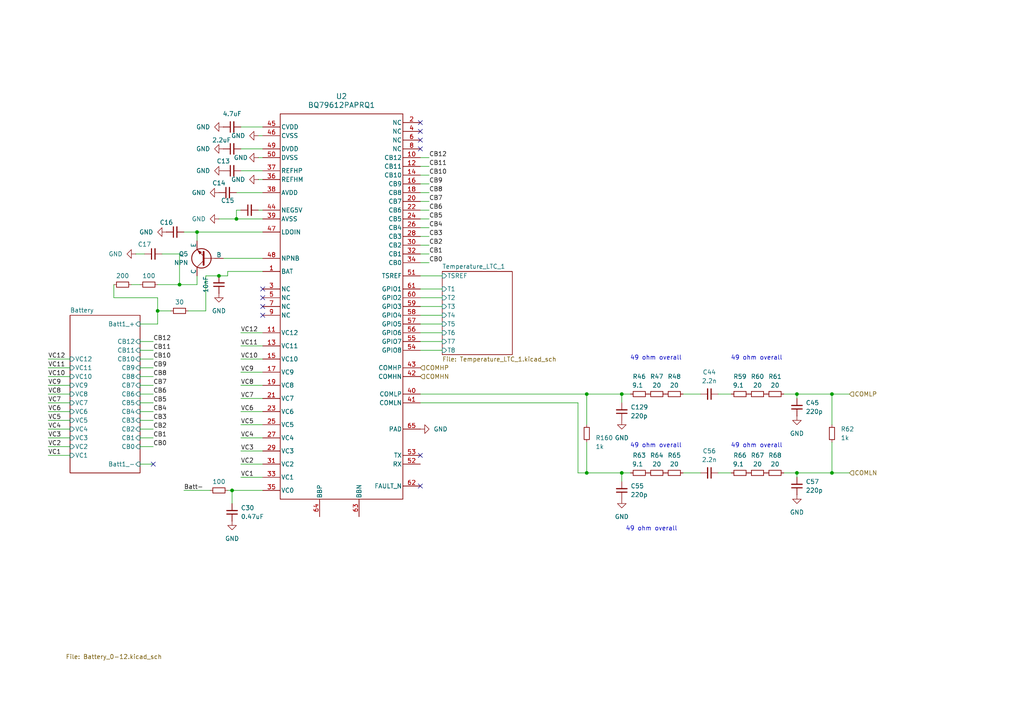
<source format=kicad_sch>
(kicad_sch (version 20231120) (generator "eeschema") (generator_version "8.0")
  (paper "A4")
  (lib_symbols
    (symbol "BQ79612PAPRQ1:BQ79616PAPRQ1" (pin_names (offset 0.254))
      (property "Reference" "U2" (at 0 60.96 0))
      (property "Value" "BQ79616PAPRQ1" (at 0 58.42 0))
      (symbol "BQ79616PAPRQ1_0_1"
        (polyline (pts (xy -17.78 -55.88) (xy 17.78 -55.88)) (stroke (width 0.2032)))
        (polyline (pts (xy -17.78 55.88) (xy -17.78 -55.88)) (stroke (width 0.2032)))
        (polyline (pts (xy 17.78 -55.88) (xy 17.78 55.88)) (stroke (width 0.2032)))
        (polyline (pts (xy 17.78 55.88) (xy -17.78 55.88)) (stroke (width 0.2032)))
        (pin power_in line (at -22.86 10.16 0) (length 5.08) (name "BAT") (number "1"))
        (pin bidirectional line (at 22.86 43.18 180) (length 5.08) (name "CB12") (number "10"))
        (pin input line (at -22.86 -7.62 0) (length 5.08) (name "VC12") (number "11"))
        (pin bidirectional line (at 22.86 40.64 180) (length 5.08) (name "CB11") (number "12"))
        (pin input line (at -22.86 -11.43 0) (length 5.08) (name "VC11") (number "13"))
        (pin bidirectional line (at 22.86 38.1 180) (length 5.08) (name "CB10") (number "14"))
        (pin input line (at -22.86 -15.24 0) (length 5.08) (name "VC10") (number "15"))
        (pin bidirectional line (at 22.86 35.56 180) (length 5.08) (name "CB9") (number "16"))
        (pin input line (at -22.86 -19.05 0) (length 5.08) (name "VC9") (number "17"))
        (pin bidirectional line (at 22.86 33.02 180) (length 5.08) (name "CB8") (number "18"))
        (pin input line (at -22.86 -22.86 0) (length 5.08) (name "VC8") (number "19"))
        (pin bidirectional line (at 22.86 30.48 180) (length 5.08) (name "CB7") (number "20"))
        (pin input line (at -22.86 -26.67 0) (length 5.08) (name "VC7") (number "21"))
        (pin bidirectional line (at 22.86 27.94 180) (length 5.08) (name "CB6") (number "22"))
        (pin input line (at -22.86 -30.48 0) (length 5.08) (name "VC6") (number "23"))
        (pin bidirectional line (at 22.86 25.4 180) (length 5.08) (name "CB5") (number "24"))
        (pin input line (at -22.86 -34.29 0) (length 5.08) (name "VC5") (number "25"))
        (pin bidirectional line (at 22.86 22.86 180) (length 5.08) (name "CB4") (number "26"))
        (pin input line (at -22.86 -38.1 0) (length 5.08) (name "VC4") (number "27"))
        (pin bidirectional line (at 22.86 20.32 180) (length 5.08) (name "CB3") (number "28"))
        (pin input line (at -22.86 -41.91 0) (length 5.08) (name "VC3") (number "29"))
        (pin bidirectional line (at 22.86 17.78 180) (length 5.08) (name "CB2") (number "30"))
        (pin input line (at -22.86 -45.72 0) (length 5.08) (name "VC2") (number "31"))
        (pin bidirectional line (at 22.86 15.24 180) (length 5.08) (name "CB1") (number "32"))
        (pin input line (at -22.86 -49.53 0) (length 5.08) (name "VC1") (number "33"))
        (pin bidirectional line (at 22.86 12.7 180) (length 5.08) (name "CB0") (number "34"))
        (pin input line (at -22.86 -53.34 0) (length 5.08) (name "VC0") (number "35"))
        (pin power_in line (at -22.86 36.83 0) (length 5.08) (name "REFHM") (number "36"))
        (pin power_in line (at -22.86 39.37 0) (length 5.08) (name "REFHP") (number "37"))
        (pin power_in line (at -22.86 33.02 0) (length 5.08) (name "AVDD") (number "38"))
        (pin power_in line (at -22.86 25.4 0) (length 5.08) (name "AVSS") (number "39"))
        (pin bidirectional line (at 22.86 -25.4 180) (length 5.08) (name "COMLP") (number "40"))
        (pin bidirectional line (at 22.86 -27.94 180) (length 5.08) (name "COMLN") (number "41"))
        (pin bidirectional line (at 22.86 -20.32 180) (length 5.08) (name "COMHN") (number "42"))
        (pin bidirectional line (at 22.86 -17.78 180) (length 5.08) (name "COMHP") (number "43"))
        (pin power_in line (at -22.86 27.94 0) (length 5.08) (name "NEG5V") (number "44"))
        (pin power_in line (at -22.86 52.07 0) (length 5.08) (name "CVDD") (number "45"))
        (pin power_in line (at -22.86 49.53 0) (length 5.08) (name "CVSS") (number "46"))
        (pin power_in line (at -22.86 21.59 0) (length 5.08) (name "LDOIN") (number "47"))
        (pin power_in line (at -22.86 13.97 0) (length 5.08) (name "NPNB") (number "48"))
        (pin power_in line (at -22.86 45.72 0) (length 5.08) (name "DVDD") (number "49"))
        (pin power_in line (at -22.86 43.18 0) (length 5.08) (name "DVSS") (number "50"))
        (pin power_in line (at 22.86 8.89 180) (length 5.08) (name "TSREF") (number "51"))
        (pin input line (at 22.86 -45.72 180) (length 5.08) (name "RX") (number "52"))
        (pin output line (at 22.86 -43.18 180) (length 5.08) (name "TX") (number "53"))
        (pin bidirectional line (at 22.86 -12.7 180) (length 5.08) (name "GPIO8") (number "54"))
        (pin bidirectional line (at 22.86 -10.16 180) (length 5.08) (name "GPIO7") (number "55"))
        (pin bidirectional line (at 22.86 -7.62 180) (length 5.08) (name "GPIO6") (number "56"))
        (pin bidirectional line (at 22.86 -5.08 180) (length 5.08) (name "GPIO5") (number "57"))
        (pin bidirectional line (at 22.86 -2.54 180) (length 5.08) (name "GPIO4") (number "58"))
        (pin bidirectional line (at 22.86 0 180) (length 5.08) (name "GPIO3") (number "59"))
        (pin bidirectional line (at 22.86 2.54 180) (length 5.08) (name "GPIO2") (number "60"))
        (pin bidirectional line (at 22.86 5.08 180) (length 5.08) (name "GPIO1") (number "61"))
        (pin output line (at 22.86 -52.07 180) (length 5.08) (name "FAULT_N") (number "62"))
        (pin input line (at 5.08 -60.96 90) (length 5.08) (name "BBN") (number "63"))
        (pin input line (at -6.35 -60.96 90) (length 5.08) (name "BBP") (number "64"))
        (pin unspecified line (at 22.86 -35.56 180) (length 5.08) (name "PAD") (number "65"))
      )
      (symbol "BQ79616PAPRQ1_1_1"
        (pin bidirectional line (at 22.86 53.34 180) (length 5.08) (name "NC") (number "2"))
        (pin input line (at -22.86 5.08 0) (length 5.08) (name "NC") (number "3"))
        (pin bidirectional line (at 22.86 50.8 180) (length 5.08) (name "NC") (number "4"))
        (pin input line (at -22.86 2.54 0) (length 5.08) (name "NC") (number "5"))
        (pin bidirectional line (at 22.86 48.26 180) (length 5.08) (name "NC") (number "6"))
        (pin input line (at -22.86 0 0) (length 5.08) (name "NC") (number "7"))
        (pin bidirectional line (at 22.86 45.72 180) (length 5.08) (name "NC") (number "8"))
        (pin input line (at -22.86 -2.54 0) (length 5.08) (name "NC") (number "9"))
      )
    )
    (symbol "Device:C_Small" (pin_numbers hide) (pin_names (offset 0.254) hide)
      (property "Reference" "C" (at 0.254 1.778 0))
      (property "Value" "C_Small" (at 0.254 -2.032 0))
      (symbol "C_Small_0_1"
        (polyline (pts (xy -1.524 -0.508) (xy 1.524 -0.508)) (stroke (width 0.3302)))
        (polyline (pts (xy -1.524 0.508) (xy 1.524 0.508)) (stroke (width 0.3048)))
      )
      (symbol "C_Small_1_1"
        (pin passive line (at 0 2.54 270) (length 2.032) (name "~") (number "1"))
        (pin passive line (at 0 -2.54 90) (length 2.032) (name "~") (number "2"))
      )
    )
    (symbol "Device:R_Small" (pin_numbers hide) (pin_names (offset 0.254) hide)
      (property "Reference" "R" (at 0.762 0.508 0))
      (property "Value" "R_Small" (at 0.762 -1.016 0))
      (symbol "R_Small_0_1"
        (rectangle (start -0.762 1.778) (end 0.762 -1.778) (stroke (width 0.2032)))
      )
      (symbol "R_Small_1_1"
        (pin passive line (at 0 2.54 270) (length 0.762) (name "~") (number "1"))
        (pin passive line (at 0 -2.54 90) (length 0.762) (name "~") (number "2"))
      )
    )
    (symbol "Simulation_SPICE:NPN" (pin_numbers hide) (pin_names (offset 0))
      (property "Reference" "Q" (at -2.54 7.62 0))
      (property "Value" "NPN" (at -2.54 5.08 0))
      (symbol "NPN_0_1"
        (polyline (pts (xy -2.54 0) (xy 0.635 0)) (stroke (width 0.1524)))
        (polyline (pts (xy 0.635 0.635) (xy 2.54 2.54)))
        (polyline (pts (xy 2.794 -1.27) (xy 2.794 -1.27)) (stroke (width 0.1524)))
        (polyline (pts (xy 2.794 -1.27) (xy 2.794 -1.27)) (stroke (width 0.1524)))
        (polyline (pts (xy 0.635 -0.635) (xy 2.54 -2.54) (xy 2.54 -2.54)))
        (polyline (pts (xy 0.635 1.905) (xy 0.635 -1.905) (xy 0.635 -1.905)) (stroke (width 0.508)))
        (polyline (pts (xy 1.27 -1.778) (xy 1.778 -1.27) (xy 2.286 -2.286) (xy 1.27 -1.778) (xy 1.27 -1.778)) (fill (type outline)))
        (circle (center 1.27 0) (radius 2.8194) (stroke (width 0.254)))
      )
      (symbol "NPN_1_1"
        (pin open_collector line (at 2.54 5.08 270) (length 2.54) (name "C") (number "1"))
        (pin input line (at -5.08 0 0) (length 2.54) (name "B") (number "2"))
        (pin open_emitter line (at 2.54 -5.08 90) (length 2.54) (name "E") (number "3"))
      )
    )
    (symbol "power:GND" (power) (pin_numbers hide) (pin_names (offset 0) hide)
      (property "Value" "GND" (at 0 -3.81 0))
      (symbol "GND_0_1"
        (polyline (pts (xy 0 0) (xy 0 -1.27) (xy 1.27 -1.27) (xy 0 -2.54) (xy -1.27 -1.27) (xy 0 -1.27)))
      )
      (symbol "GND_1_1"
        (pin power_in line (at 0 0 270) (length 0) (name "~") (number "1"))
      )
    )
  )
  (junction (at 57.15 67.31))
  (junction (at 180.34 137.16))
  (junction (at 68.58 63.5))
  (junction (at 170.18 114.3))
  (junction (at 231.14 114.3))
  (junction (at 180.34 114.3))
  (junction (at 67.31 142.24))
  (junction (at 231.14 137.16))
  (junction (at 241.3 114.3))
  (junction (at 63.5 80.01))
  (junction (at 45.72 90.17))
  (junction (at 241.3 137.16))
  (junction (at 170.18 137.16))
  (junction (at 52.07 82.55))
  (no_connect (at 76.2 83.82))
  (no_connect (at 121.92 43.18))
  (no_connect (at 76.2 88.9))
  (no_connect (at 76.2 86.36))
  (no_connect (at 76.2 91.44))
  (no_connect (at 121.92 140.97))
  (no_connect (at 121.92 40.64))
  (no_connect (at 121.92 38.1))
  (no_connect (at 44.45 134.62))
  (no_connect (at 121.92 132.08))
  (no_connect (at 121.92 35.56))
  (wire (pts (xy 13.97 132.08) (xy 20.32 132.08)))
  (wire (pts (xy 170.18 114.3) (xy 180.34 114.3)))
  (wire (pts (xy 13.97 121.92) (xy 20.32 121.92)))
  (wire (pts (xy 167.64 137.16) (xy 170.18 137.16)))
  (wire (pts (xy 40.64 99.06) (xy 44.45 99.06)))
  (wire (pts (xy 13.97 114.3) (xy 20.32 114.3)))
  (wire (pts (xy 40.64 101.6) (xy 44.45 101.6)))
  (wire (pts (xy 121.92 45.72) (xy 124.46 45.72)))
  (wire (pts (xy 170.18 137.16) (xy 180.34 137.16)))
  (wire (pts (xy 121.92 91.44) (xy 128.27 91.44)))
  (wire (pts (xy 45.72 82.55) (xy 52.07 82.55)))
  (wire (pts (xy 212.09 137.16) (xy 208.28 137.16)))
  (wire (pts (xy 40.64 134.62) (xy 44.45 134.62)))
  (wire (pts (xy 227.33 114.3) (xy 231.14 114.3)))
  (wire (pts (xy 121.92 86.36) (xy 128.27 86.36)))
  (wire (pts (xy 121.92 58.42) (xy 124.46 58.42)))
  (wire (pts (xy 67.31 142.24) (xy 76.2 142.24)))
  (wire (pts (xy 74.93 52.07) (xy 76.2 52.07)))
  (wire (pts (xy 74.93 39.37) (xy 76.2 39.37)))
  (wire (pts (xy 231.14 138.43) (xy 231.14 137.16)))
  (wire (pts (xy 74.93 45.72) (xy 76.2 45.72)))
  (wire (pts (xy 212.09 114.3) (xy 208.28 114.3)))
  (wire (pts (xy 67.31 142.24) (xy 67.31 146.05)))
  (wire (pts (xy 13.97 124.46) (xy 20.32 124.46)))
  (wire (pts (xy 68.58 55.88) (xy 76.2 55.88)))
  (wire (pts (xy 121.92 50.8) (xy 124.46 50.8)))
  (wire (pts (xy 74.93 60.96) (xy 76.2 60.96)))
  (wire (pts (xy 53.34 67.31) (xy 57.15 67.31)))
  (wire (pts (xy 57.15 80.01) (xy 57.15 82.55)))
  (wire (pts (xy 40.64 119.38) (xy 44.45 119.38)))
  (wire (pts (xy 57.15 82.55) (xy 52.07 82.55)))
  (wire (pts (xy 198.12 114.3) (xy 203.2 114.3)))
  (wire (pts (xy 69.85 127) (xy 76.2 127)))
  (wire (pts (xy 121.92 66.04) (xy 124.46 66.04)))
  (wire (pts (xy 170.18 128.27) (xy 170.18 137.16)))
  (wire (pts (xy 45.72 90.17) (xy 45.72 93.98)))
  (wire (pts (xy 40.64 104.14) (xy 44.45 104.14)))
  (wire (pts (xy 57.15 67.31) (xy 76.2 67.31)))
  (wire (pts (xy 59.69 80.01) (xy 63.5 80.01)))
  (wire (pts (xy 121.92 116.84) (xy 167.64 116.84)))
  (wire (pts (xy 69.85 96.52) (xy 76.2 96.52)))
  (wire (pts (xy 69.85 138.43) (xy 76.2 138.43)))
  (wire (pts (xy 121.92 76.2) (xy 124.46 76.2)))
  (wire (pts (xy 121.92 53.34) (xy 124.46 53.34)))
  (wire (pts (xy 69.85 134.62) (xy 76.2 134.62)))
  (wire (pts (xy 40.64 93.98) (xy 45.72 93.98)))
  (wire (pts (xy 38.1 82.55) (xy 40.64 82.55)))
  (wire (pts (xy 49.53 90.17) (xy 45.72 90.17)))
  (wire (pts (xy 69.85 104.14) (xy 76.2 104.14)))
  (wire (pts (xy 121.92 83.82) (xy 128.27 83.82)))
  (wire (pts (xy 13.97 111.76) (xy 20.32 111.76)))
  (wire (pts (xy 54.61 90.17) (xy 59.69 90.17)))
  (wire (pts (xy 40.64 116.84) (xy 44.45 116.84)))
  (wire (pts (xy 227.33 137.16) (xy 231.14 137.16)))
  (wire (pts (xy 59.69 90.17) (xy 59.69 80.01)))
  (wire (pts (xy 121.92 63.5) (xy 124.46 63.5)))
  (wire (pts (xy 68.58 60.96) (xy 69.85 60.96)))
  (wire (pts (xy 13.97 116.84) (xy 20.32 116.84)))
  (wire (pts (xy 121.92 80.01) (xy 128.27 80.01)))
  (wire (pts (xy 69.85 123.19) (xy 76.2 123.19)))
  (wire (pts (xy 40.64 109.22) (xy 44.45 109.22)))
  (wire (pts (xy 69.85 36.83) (xy 76.2 36.83)))
  (wire (pts (xy 13.97 106.68) (xy 20.32 106.68)))
  (wire (pts (xy 52.07 73.66) (xy 46.99 73.66)))
  (wire (pts (xy 40.64 129.54) (xy 44.45 129.54)))
  (wire (pts (xy 68.58 63.5) (xy 76.2 63.5)))
  (wire (pts (xy 40.64 111.76) (xy 44.45 111.76)))
  (wire (pts (xy 121.92 60.96) (xy 124.46 60.96)))
  (wire (pts (xy 241.3 114.3) (xy 241.3 123.19)))
  (wire (pts (xy 180.34 137.16) (xy 180.34 139.7)))
  (wire (pts (xy 13.97 129.54) (xy 20.32 129.54)))
  (wire (pts (xy 40.64 127) (xy 44.45 127)))
  (wire (pts (xy 121.92 96.52) (xy 128.27 96.52)))
  (wire (pts (xy 69.85 43.18) (xy 76.2 43.18)))
  (wire (pts (xy 167.64 116.84) (xy 167.64 137.16)))
  (wire (pts (xy 63.5 63.5) (xy 68.58 63.5)))
  (wire (pts (xy 69.85 119.38) (xy 76.2 119.38)))
  (wire (pts (xy 121.92 73.66) (xy 124.46 73.66)))
  (wire (pts (xy 241.3 114.3) (xy 231.14 114.3)))
  (wire (pts (xy 246.38 114.3) (xy 241.3 114.3)))
  (wire (pts (xy 121.92 101.6) (xy 128.27 101.6)))
  (wire (pts (xy 121.92 55.88) (xy 124.46 55.88)))
  (wire (pts (xy 241.3 128.27) (xy 241.3 137.16)))
  (wire (pts (xy 13.97 119.38) (xy 20.32 119.38)))
  (wire (pts (xy 67.31 142.24) (xy 66.04 142.24)))
  (wire (pts (xy 121.92 88.9) (xy 128.27 88.9)))
  (wire (pts (xy 182.88 137.16) (xy 180.34 137.16)))
  (wire (pts (xy 66.04 80.01) (xy 66.04 78.74)))
  (wire (pts (xy 231.14 115.57) (xy 231.14 114.3)))
  (wire (pts (xy 40.64 114.3) (xy 44.45 114.3)))
  (wire (pts (xy 180.34 114.3) (xy 180.34 116.84)))
  (wire (pts (xy 121.92 68.58) (xy 124.46 68.58)))
  (wire (pts (xy 182.88 114.3) (xy 180.34 114.3)))
  (wire (pts (xy 69.85 111.76) (xy 76.2 111.76)))
  (wire (pts (xy 39.37 73.66) (xy 41.91 73.66)))
  (wire (pts (xy 241.3 137.16) (xy 246.38 137.16)))
  (wire (pts (xy 121.92 114.3) (xy 170.18 114.3)))
  (wire (pts (xy 231.14 137.16) (xy 241.3 137.16)))
  (wire (pts (xy 69.85 130.81) (xy 76.2 130.81)))
  (wire (pts (xy 13.97 109.22) (xy 20.32 109.22)))
  (wire (pts (xy 13.97 127) (xy 20.32 127)))
  (wire (pts (xy 52.07 73.66) (xy 52.07 82.55)))
  (wire (pts (xy 33.02 86.36) (xy 45.72 86.36)))
  (wire (pts (xy 40.64 121.92) (xy 44.45 121.92)))
  (wire (pts (xy 69.85 49.53) (xy 76.2 49.53)))
  (wire (pts (xy 63.5 80.01) (xy 66.04 80.01)))
  (wire (pts (xy 68.58 60.96) (xy 68.58 63.5)))
  (wire (pts (xy 121.92 48.26) (xy 124.46 48.26)))
  (wire (pts (xy 33.02 82.55) (xy 33.02 86.36)))
  (wire (pts (xy 198.12 137.16) (xy 203.2 137.16)))
  (wire (pts (xy 69.85 107.95) (xy 76.2 107.95)))
  (wire (pts (xy 121.92 93.98) (xy 128.27 93.98)))
  (wire (pts (xy 69.85 100.33) (xy 76.2 100.33)))
  (wire (pts (xy 45.72 86.36) (xy 45.72 90.17)))
  (wire (pts (xy 170.18 114.3) (xy 170.18 123.19)))
  (wire (pts (xy 57.15 67.31) (xy 57.15 69.85)))
  (wire (pts (xy 69.85 115.57) (xy 76.2 115.57)))
  (wire (pts (xy 13.97 104.14) (xy 20.32 104.14)))
  (wire (pts (xy 40.64 124.46) (xy 44.45 124.46)))
  (wire (pts (xy 121.92 99.06) (xy 128.27 99.06)))
  (wire (pts (xy 64.77 74.93) (xy 76.2 74.93)))
  (wire (pts (xy 121.92 71.12) (xy 124.46 71.12)))
  (wire (pts (xy 40.64 106.68) (xy 44.45 106.68)))
  (wire (pts (xy 53.34 142.24) (xy 60.96 142.24)))
  (wire (pts (xy 66.04 78.74) (xy 76.2 78.74)))
  (text "49 ohm overall\n" (at 219.456 103.886 0) (effects (font (size 1.27 1.27))))
  (text "49 ohm overall\n" (at 188.976 153.416 0) (effects (font (size 1.27 1.27))))
  (text "49 ohm overall\n" (at 190.246 129.286 0) (effects (font (size 1.27 1.27))))
  (text "49 ohm overall\n" (at 219.456 129.286 0) (effects (font (size 1.27 1.27))))
  (text "49 ohm overall\n" (at 190.246 103.886 0) (effects (font (size 1.27 1.27))))
  (label "VC7" (at 13.97 116.84 0))
  (label "VC6" (at 13.97 119.38 0))
  (label "VC8" (at 13.97 114.3 0))
  (label "CB0" (at 44.45 129.54 0))
  (label "CB9" (at 44.45 106.68 0))
  (label "CB8" (at 124.46 55.88 0))
  (label "VC9" (at 69.85 107.95 0))
  (label "CB10" (at 44.45 104.14 0))
  (label "VC10" (at 69.85 104.14 0))
  (label "CB3" (at 44.45 121.92 0))
  (label "VC12" (at 69.85 96.52 0))
  (label "CB6" (at 44.45 114.3 0))
  (label "VC12" (at 13.97 104.14 0))
  (label "VC5" (at 13.97 121.92 0))
  (label "VC1" (at 13.97 132.08 0))
  (label "VC8" (at 69.85 111.76 0))
  (label "VC4" (at 13.97 124.46 0))
  (label "CB3" (at 124.46 68.58 0))
  (label "CB7" (at 44.45 111.76 0))
  (label "CB4" (at 124.46 66.04 0))
  (label "VC2" (at 69.85 134.62 0))
  (label "CB5" (at 124.46 63.5 0))
  (label "Batt-" (at 53.34 142.24 0))
  (label "VC11" (at 69.85 100.33 0))
  (label "VC7" (at 69.85 115.57 0))
  (label "VC3" (at 13.97 127 0))
  (label "CB12" (at 44.45 99.06 0))
  (label "CB10" (at 124.46 50.8 0))
  (label "CB12" (at 124.46 45.72 0))
  (label "CB5" (at 44.45 116.84 0))
  (label "CB11" (at 44.45 101.6 0))
  (label "CB2" (at 44.45 124.46 0))
  (label "CB8" (at 44.45 109.22 0))
  (label "CB4" (at 44.45 119.38 0))
  (label "VC9" (at 13.97 111.76 0))
  (label "CB1" (at 44.45 127 0))
  (label "VC10" (at 13.97 109.22 0))
  (label "CB6" (at 124.46 60.96 0))
  (label "VC4" (at 69.85 127 0))
  (label "CB9" (at 124.46 53.34 0))
  (label "CB11" (at 124.46 48.26 0))
  (label "VC2" (at 13.97 129.54 0))
  (label "VC3" (at 69.85 130.81 0))
  (label "VC6" (at 69.85 119.38 0))
  (label "VC5" (at 69.85 123.19 0))
  (label "VC1" (at 69.85 138.43 0))
  (label "VC11" (at 13.97 106.68 0))
  (label "CB1" (at 124.46 73.66 0))
  (label "CB7" (at 124.46 58.42 0))
  (label "CB2" (at 124.46 71.12 0))
  (label "CB0" (at 124.46 76.2 0))
  (hierarchical_label "COMHN" (shape input) (at 121.92 109.22 0))
  (hierarchical_label "COMLP" (shape input) (at 246.38 114.3 0))
  (hierarchical_label "COMHP" (shape input) (at 121.92 106.68 0))
  (hierarchical_label "COMLN" (shape input) (at 246.38 137.16 0))
  (symbol (lib_id "Device:R_Small") (at 195.58 114.3 90) (unit 1)
    (property "Reference" "R48" (at 195.58 109.22 90))
    (property "Value" "20" (at 195.58 111.76 90))
    (property "Description" "Resistor, small symbol" (effects (hide yes)))
  )
  (symbol (lib_id "power:GND") (at 180.34 121.92 0) (unit 1)
    (property "Reference" "#PWR0100" (effects (hide yes)))
    (property "Value" "GND" (at 180.34 127 0))
    (property "Description" "Power symbol creates a global label with name \"GND\" , ground" (effects (hide yes)))
  )
  (symbol (lib_id "Device:C_Small") (at 66.04 55.88 90) (unit 1)
    (property "Reference" "C14" (at 63.5 53.086 90))
    (property "Value" "1uF" (effects (hide yes)))
    (property "Description" "Unpolarized capacitor, small symbol" (effects (hide yes)))
  )
  (symbol (lib_id "power:GND") (at 64.77 49.53 270) (unit 1)
    (property "Reference" "#PWR022" (effects (hide yes)))
    (property "Value" "GND" (at 60.96 49.5299 90) (effects (justify right)))
    (property "Description" "Power symbol creates a global label with name \"GND\" , ground" (effects (hide yes)))
  )
  (symbol (lib_id "Device:R_Small") (at 190.5 114.3 90) (unit 1)
    (property "Reference" "R47" (at 190.5 109.22 90))
    (property "Value" "20" (at 190.5 111.76 90))
    (property "Description" "Resistor, small symbol" (effects (hide yes)))
  )
  (symbol (lib_id "Device:R_Small") (at 35.56 82.55 90) (unit 1)
    (property "Reference" "R17" (effects (hide yes)))
    (property "Value" "200" (at 35.56 80.01 90))
    (property "Description" "Resistor, small symbol" (effects (hide yes)))
  )
  (symbol (lib_id "Device:R_Small") (at 224.79 137.16 90) (unit 1)
    (property "Reference" "R68" (at 224.79 132.08 90))
    (property "Value" "20" (at 224.79 134.62 90))
    (property "Description" "Resistor, small symbol" (effects (hide yes)))
  )
  (symbol (lib_id "Device:R_Small") (at 63.5 142.24 90) (unit 1)
    (property "Reference" "R31" (effects (hide yes)))
    (property "Value" "100" (at 63.5 139.7 90))
    (property "Description" "Resistor, small symbol" (effects (hide yes)))
  )
  (symbol (lib_id "Device:C_Small") (at 231.14 140.97 180) (unit 1)
    (property "Reference" "C57" (at 233.68 139.6935 0) (effects (justify right)))
    (property "Value" "220p" (at 233.68 142.2335 0) (effects (justify right)))
    (property "Description" "Unpolarized capacitor, small symbol" (effects (hide yes)))
  )
  (symbol (lib_id "Device:C_Small") (at 72.39 60.96 90) (unit 1)
    (property "Reference" "C15" (at 66.04 58.166 90))
    (property "Value" "0.1uF" (effects (hide yes)))
    (property "Description" "Unpolarized capacitor, small symbol" (effects (hide yes)))
  )
  (symbol (lib_id "power:GND") (at 39.37 73.66 270) (unit 1)
    (property "Reference" "#PWR027" (effects (hide yes)))
    (property "Value" "GND" (at 35.56 73.6599 90) (effects (justify right)))
    (property "Description" "Power symbol creates a global label with name \"GND\" , ground" (effects (hide yes)))
  )
  (symbol (lib_id "power:GND") (at 231.14 143.51 0) (unit 1)
    (property "Reference" "#PWR08" (effects (hide yes)))
    (property "Value" "GND" (at 231.14 148.59 0))
    (property "Description" "Power symbol creates a global label with name \"GND\" , ground" (effects (hide yes)))
  )
  (symbol (lib_id "power:GND") (at 64.77 36.83 270) (unit 1)
    (property "Reference" "#PWR018" (effects (hide yes)))
    (property "Value" "GND" (at 60.96 36.8299 90) (effects (justify right)))
    (property "Description" "Power symbol creates a global label with name \"GND\" , ground" (effects (hide yes)))
  )
  (symbol (lib_id "Device:C_Small") (at 50.8 67.31 90) (unit 1)
    (property "Reference" "C16" (at 48.26 64.516 90))
    (property "Value" "0.1uF" (effects (hide yes)))
    (property "Description" "Unpolarized capacitor, small symbol" (effects (hide yes)))
  )
  (symbol (lib_id "Device:R_Small") (at 170.18 125.73 0) (unit 1)
    (property "Reference" "R160" (at 172.72 126.9999 0) (effects (justify left)))
    (property "Value" "1k" (at 172.72 129.5399 0) (effects (justify left)))
    (property "Description" "Resistor, small symbol" (effects (hide yes)))
  )
  (symbol (lib_id "Device:R_Small") (at 185.42 114.3 90) (unit 1)
    (property "Reference" "R46" (at 185.42 109.22 90))
    (property "Value" "9.1 " (at 185.42 111.76 90))
    (property "Description" "Resistor, small symbol" (effects (hide yes)))
  )
  (symbol (lib_id "Device:C_Small") (at 67.31 36.83 90) (unit 1)
    (property "Reference" "C3" (effects (hide yes)))
    (property "Value" "4.7uF" (at 67.3163 33.02 90))
    (property "Description" "Unpolarized capacitor, small symbol" (effects (hide yes)))
  )
  (symbol (lib_id "Device:R_Small") (at 52.07 90.17 90) (unit 1)
    (property "Reference" "R30" (effects (hide yes)))
    (property "Value" "30" (at 52.07 87.63 90))
    (property "Description" "Resistor, small symbol" (effects (hide yes)))
  )
  (symbol (lib_id "Device:R_Small") (at 43.18 82.55 90) (unit 1)
    (property "Reference" "R16" (effects (hide yes)))
    (property "Value" "100" (at 43.18 80.01 90))
    (property "Description" "Resistor, small symbol" (effects (hide yes)))
  )
  (symbol (lib_id "Device:C_Small") (at 205.74 114.3 270) (unit 1)
    (property "Reference" "C44" (at 205.7336 107.95 90))
    (property "Value" "2.2n" (at 205.7336 110.49 90))
    (property "Description" "Unpolarized capacitor, small symbol" (effects (hide yes)))
  )
  (symbol (lib_id "Device:R_Small") (at 241.3 125.73 0) (unit 1)
    (property "Reference" "R62" (at 243.84 124.4599 0) (effects (justify left)))
    (property "Value" "1k" (at 243.84 126.9999 0) (effects (justify left)))
    (property "Description" "Resistor, small symbol" (effects (hide yes)))
  )
  (symbol (lib_id "Device:R_Small") (at 219.71 137.16 90) (unit 1)
    (property "Reference" "R67" (at 219.71 132.08 90))
    (property "Value" "20" (at 219.71 134.62 90))
    (property "Description" "Resistor, small symbol" (effects (hide yes)))
  )
  (symbol (lib_id "power:GND") (at 74.93 52.07 270) (unit 1)
    (property "Reference" "#PWR023" (effects (hide yes)))
    (property "Value" "GND" (at 71.12 52.07 90) (effects (justify right)))
    (property "Description" "Power symbol creates a global label with name \"GND\" , ground" (effects (hide yes)))
  )
  (symbol (lib_id "power:GND") (at 74.93 45.72 270) (unit 1)
    (property "Reference" "#PWR021" (effects (hide yes)))
    (property "Value" "GND" (at 71.882 45.72 90) (effects (justify right)))
    (property "Description" "Power symbol creates a global label with name \"GND\" , ground" (effects (hide yes)))
  )
  (symbol (lib_id "power:GND") (at 231.14 120.65 0) (unit 1)
    (property "Reference" "#PWR06" (effects (hide yes)))
    (property "Value" "GND" (at 231.14 125.73 0))
    (property "Description" "Power symbol creates a global label with name \"GND\" , ground" (effects (hide yes)))
  )
  (symbol (lib_id "Device:C_Small") (at 231.14 118.11 180) (unit 1)
    (property "Reference" "C45" (at 233.68 116.8335 0) (effects (justify right)))
    (property "Value" "220p" (at 233.68 119.3735 0) (effects (justify right)))
    (property "Description" "Unpolarized capacitor, small symbol" (effects (hide yes)))
  )
  (symbol (lib_id "Device:C_Small") (at 67.31 43.18 90) (unit 1)
    (property "Reference" "C12" (effects (hide yes)))
    (property "Value" "2.2uF" (at 64.262 40.64 90))
    (property "Description" "Unpolarized capacitor, small symbol" (effects (hide yes)))
  )
  (symbol (lib_id "power:GND") (at 67.31 151.13 0) (unit 1)
    (property "Reference" "#PWR029" (effects (hide yes)))
    (property "Value" "GND" (at 67.31 156.21 0))
    (property "Description" "Power symbol creates a global label with name \"GND\" , ground" (effects (hide yes)))
  )
  (symbol (lib_id "Device:R_Small") (at 195.58 137.16 90) (unit 1)
    (property "Reference" "R65" (at 195.58 132.08 90))
    (property "Value" "20" (at 195.58 134.62 90))
    (property "Description" "Resistor, small symbol" (effects (hide yes)))
  )
  (symbol (lib_id "power:GND") (at 63.5 55.88 270) (unit 1)
    (property "Reference" "#PWR024" (effects (hide yes)))
    (property "Value" "GND" (at 59.69 55.8799 90) (effects (justify right)))
    (property "Description" "Power symbol creates a global label with name \"GND\" , ground" (effects (hide yes)))
  )
  (symbol (lib_id "Device:C_Small") (at 63.5 82.55 180) (unit 1)
    (property "Reference" "C29" (effects (hide yes)))
    (property "Value" "10nF" (at 59.69 82.5437 90))
    (property "Description" "Unpolarized capacitor, small symbol" (effects (hide yes)))
  )
  (symbol (lib_id "Device:C_Small") (at 180.34 119.38 180) (unit 1)
    (property "Reference" "C129" (at 182.88 118.1035 0) (effects (justify right)))
    (property "Value" "220p" (at 182.88 120.6435 0) (effects (justify right)))
    (property "Description" "Unpolarized capacitor, small symbol" (effects (hide yes)))
  )
  (symbol (lib_id "Simulation_SPICE:NPN") (at 59.69 74.93 180) (unit 1)
    (property "Reference" "Q5" (at 54.61 73.6599 0) (effects (justify left)))
    (property "Value" "NPN" (at 54.61 76.1999 0) (effects (justify left)))
    (property "Datasheet" "https://ngspice.sourceforge.io/docs/ngspice-html-manual/manual.xhtml#cha_BJTs" (effects (hide yes)))
    (property "Description" "Bipolar transistor symbol for simulation only, substrate tied to the emitter" (effects (hide yes)))
    (property "Sim.Device" "NPN" (effects (hide yes)))
    (property "Sim.Type" "GUMMELPOON" (effects (hide yes)))
    (property "Sim.Pins" "1=C 2=B 3=E" (effects (hide yes)))
  )
  (symbol (lib_id "Device:C_Small") (at 180.34 142.24 180) (unit 1)
    (property "Reference" "C55" (at 182.88 140.9635 0) (effects (justify right)))
    (property "Value" "220p" (at 182.88 143.5035 0) (effects (justify right)))
    (property "Description" "Unpolarized capacitor, small symbol" (effects (hide yes)))
  )
  (symbol (lib_id "power:GND") (at 121.92 124.46 90) (unit 1)
    (property "Reference" "#PWR038" (effects (hide yes)))
    (property "Value" "GND" (at 125.73 124.46 90) (effects (justify right)))
    (property "Description" "Power symbol creates a global label with name \"GND\" , ground" (effects (hide yes)))
  )
  (symbol (lib_id "power:GND") (at 63.5 63.5 270) (unit 1)
    (property "Reference" "#PWR025" (effects (hide yes)))
    (property "Value" "GND" (at 59.69 63.4999 90) (effects (justify right)))
    (property "Description" "Power symbol creates a global label with name \"GND\" , ground" (effects (hide yes)))
  )
  (symbol (lib_id "Device:C_Small") (at 67.31 49.53 90) (unit 1)
    (property "Reference" "C13" (at 64.77 46.736 90))
    (property "Value" "1uF" (effects (hide yes)))
    (property "Description" "Unpolarized capacitor, small symbol" (effects (hide yes)))
  )
  (symbol (lib_id "Device:C_Small") (at 205.74 137.16 270) (unit 1)
    (property "Reference" "C56" (at 205.7336 130.81 90))
    (property "Value" "2.2n" (at 205.7336 133.35 90))
    (property "Description" "Unpolarized capacitor, small symbol" (effects (hide yes)))
  )
  (symbol (lib_id "power:GND") (at 48.26 67.31 270) (unit 1)
    (property "Reference" "#PWR026" (effects (hide yes)))
    (property "Value" "GND" (at 44.45 67.3099 90) (effects (justify right)))
    (property "Description" "Power symbol creates a global label with name \"GND\" , ground" (effects (hide yes)))
  )
  (symbol (lib_id "Device:R_Small") (at 219.71 114.3 90) (unit 1)
    (property "Reference" "R60" (at 219.71 109.22 90))
    (property "Value" "20" (at 219.71 111.76 90))
    (property "Description" "Resistor, small symbol" (effects (hide yes)))
  )
  (symbol (lib_id "power:GND") (at 63.5 85.09 0) (unit 1)
    (property "Reference" "#PWR028" (effects (hide yes)))
    (property "Value" "GND" (at 63.5 90.17 0))
    (property "Description" "Power symbol creates a global label with name \"GND\" , ground" (effects (hide yes)))
  )
  (symbol (lib_id "Device:R_Small") (at 214.63 114.3 90) (unit 1)
    (property "Reference" "R59" (at 214.63 109.22 90))
    (property "Value" "9.1 " (at 214.63 111.76 90))
    (property "Description" "Resistor, small symbol" (effects (hide yes)))
  )
  (symbol (lib_id "Device:R_Small") (at 224.79 114.3 90) (unit 1)
    (property "Reference" "R61" (at 224.79 109.22 90))
    (property "Value" "20" (at 224.79 111.76 90))
    (property "Description" "Resistor, small symbol" (effects (hide yes)))
  )
  (symbol (lib_id "Device:C_Small") (at 44.45 73.66 90) (unit 1)
    (property "Reference" "C17" (at 41.91 70.866 90))
    (property "Value" "0.22uF" (effects (hide yes)))
    (property "Description" "Unpolarized capacitor, small symbol" (effects (hide yes)))
  )
  (symbol (lib_id "power:GND") (at 64.77 43.18 270) (unit 1)
    (property "Reference" "#PWR020" (effects (hide yes)))
    (property "Value" "GND" (at 60.96 43.1799 90) (effects (justify right)))
    (property "Description" "Power symbol creates a global label with name \"GND\" , ground" (effects (hide yes)))
  )
  (symbol (lib_id "power:GND") (at 180.34 144.78 0) (unit 1)
    (property "Reference" "#PWR07" (effects (hide yes)))
    (property "Value" "GND" (at 180.34 149.86 0))
    (property "Description" "Power symbol creates a global label with name \"GND\" , ground" (effects (hide yes)))
  )
  (symbol (lib_id "BQ79612PAPRQ1:BQ79616PAPRQ1") (at 99.06 88.9 0) (unit 1)
    (property "Reference" "U2" (at 99.06 27.94 0) (effects (font (size 1.524 1.524))))
    (property "Value" "BQ79612PAPRQ1" (at 99.06 30.48 0) (effects (font (size 1.524 1.524))))
    (property "Footprint" "PAP0064F-IPC_A" (effects (hide yes)))
    (property "Datasheet" "BQ79616PAPRQ1" (effects (hide yes)))
  )
  (symbol (lib_id "Device:C_Small") (at 67.31 148.59 180) (unit 1)
    (property "Reference" "C30" (at 69.85 147.3135 0) (effects (justify right)))
    (property "Value" "0.47uF" (at 69.85 149.8535 0) (effects (justify right)))
    (property "Description" "Unpolarized capacitor, small symbol" (effects (hide yes)))
  )
  (symbol (lib_id "power:GND") (at 74.93 39.37 270) (unit 1)
    (property "Reference" "#PWR019" (effects (hide yes)))
    (property "Value" "GND" (at 71.12 39.37 90) (effects (justify right)))
    (property "Description" "Power symbol creates a global label with name \"GND\" , ground" (effects (hide yes)))
  )
  (symbol (lib_id "Device:R_Small") (at 214.63 137.16 90) (unit 1)
    (property "Reference" "R66" (at 214.63 132.08 90))
    (property "Value" "9.1 " (at 214.63 134.62 90))
    (property "Description" "Resistor, small symbol" (effects (hide yes)))
  )
  (symbol (lib_id "Device:R_Small") (at 190.5 137.16 90) (unit 1)
    (property "Reference" "R64" (at 190.5 132.08 90))
    (property "Value" "20" (at 190.5 134.62 90))
    (property "Description" "Resistor, small symbol" (effects (hide yes)))
  )
  (symbol (lib_id "Device:R_Small") (at 185.42 137.16 90) (unit 1)
    (property "Reference" "R63" (at 185.42 132.08 90))
    (property "Value" "9.1 " (at 185.42 134.62 90))
    (property "Description" "Resistor, small symbol" (effects (hide yes)))
  )
  (sheet (at 20.32 91.44) (size 20.32 45.72) (stroke (width 0.1524))
    (property "Sheetname" "Battery" (at 20.32 90.7284 0) (effects (justify left bottom)))
    (property "Sheetfile" "Battery_0-12.kicad_sch" (at 19.05 189.738 0) (effects (justify left top)))
    (pin "CB5" input (at 40.64 116.84 0))
    (pin "CB4" input (at 40.64 119.38 0))
    (pin "CB7" input (at 40.64 111.76 0))
    (pin "CB6" input (at 40.64 114.3 0))
    (pin "VC7" input (at 20.32 116.84 180))
    (pin "VC6" input (at 20.32 119.38 180))
    (pin "CB10" input (at 40.64 104.14 0))
    (pin "CB9" input (at 40.64 106.68 0))
    (pin "CB12" input (at 40.64 99.06 0))
    (pin "CB11" input (at 40.64 101.6 0))
    (pin "CB8" input (at 40.64 109.22 0))
    (pin "VC12" input (at 20.32 104.14 180))
    (pin "VC11" input (at 20.32 106.68 180))
    (pin "VC10" input (at 20.32 109.22 180))
    (pin "VC9" input (at 20.32 111.76 180))
    (pin "VC8" input (at 20.32 114.3 180))
    (pin "VC4" input (at 20.32 124.46 180))
    (pin "VC3" input (at 20.32 127 180))
    (pin "VC5" input (at 20.32 121.92 180))
    (pin "CB3" input (at 40.64 121.92 0))
    (pin "CB2" input (at 40.64 124.46 0))
    (pin "CB1" input (at 40.64 127 0))
    (pin "CB0" input (at 40.64 129.54 0))
    (pin "VC2" input (at 20.32 129.54 180))
    (pin "VC1" input (at 20.32 132.08 180))
    (pin "Batt1_+" input (at 40.64 93.98 0))
    (pin "Batt1_-" input (at 40.64 134.62 0))
  )
  (sheet (at 128.27 78.74) (size 20.32 24.13) (stroke (width 0.1524))
    (property "Sheetname" "Temperature_LTC_1" (at 128.27 78.0284 0) (effects (justify left bottom)))
    (property "Sheetfile" "Temperature_LTC_1.kicad_sch" (at 128.27 103.4546 0) (effects (justify left top)))
    (pin "T1" input (at 128.27 83.82 180))
    (pin "TSREF" input (at 128.27 80.01 180))
    (pin "T2" input (at 128.27 86.36 180))
    (pin "T3" input (at 128.27 88.9 180))
    (pin "T4" input (at 128.27 91.44 180))
    (pin "T5" input (at 128.27 93.98 180))
    (pin "T8" input (at 128.27 101.6 180))
    (pin "T6" input (at 128.27 96.52 180))
    (pin "T7" input (at 128.27 99.06 180))
  )
)
</source>
